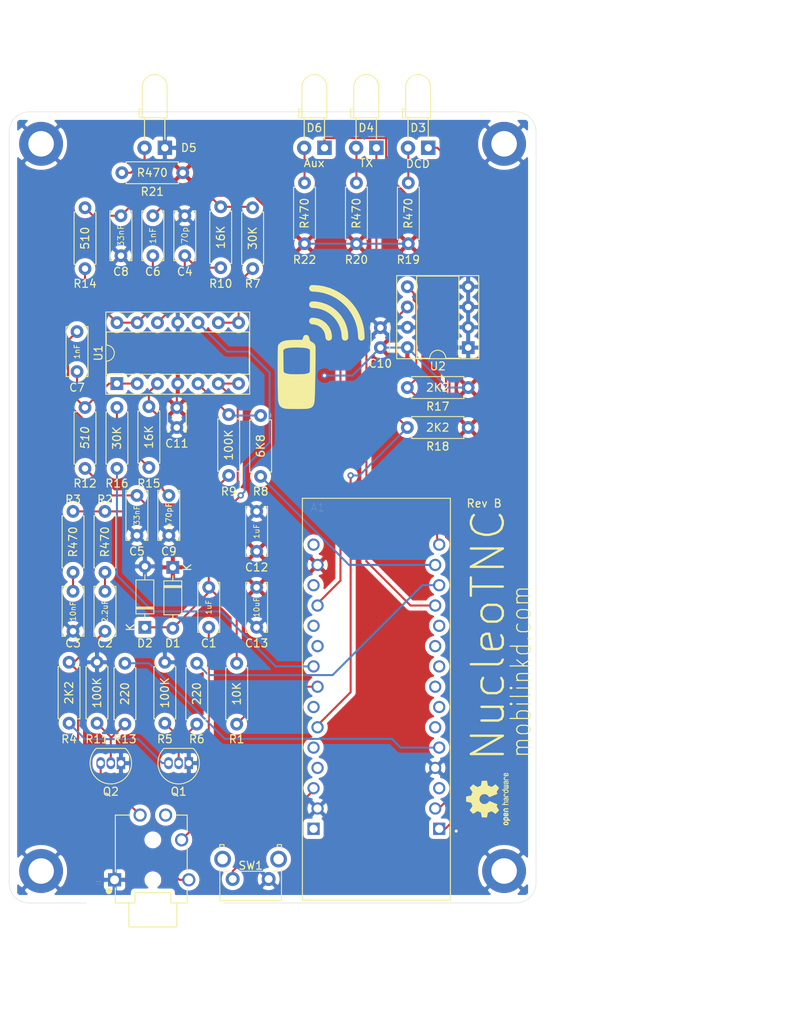
<source format=kicad_pcb>
(kicad_pcb (version 20171130) (host pcbnew 5.1.5-1.fc31)
  (title_block (title "NucleoTNC PCB") (date 2020-05-05) (rev B) (company "Mobilinkd LLC") (comment 1 "67mm width"))
  (layers (0 F.Cu signal) (31 B.Cu signal) (34 B.Paste user) (35 F.Paste user) (36 B.SilkS user) (37 F.SilkS user) (38 B.Mask user) (39 F.Mask user) (44 Edge.Cuts user))
  (net 0 "")
  (net 1 /AUDIO_IN)
  (net 2 "Net-(C1-Pad1)")
  (net 3 "Net-(C2-Pad2)")
  (net 4 /AUDIO_OUT)
  (net 5 "Net-(C3-Pad2)")
  (net 6 GND)
  (net 7 "Net-(C4-Pad2)")
  (net 8 "Net-(C5-Pad2)")
  (net 9 "Net-(C6-Pad2)")
  (net 10 "Net-(C6-Pad1)")
  (net 11 "Net-(C7-Pad2)")
  (net 12 "Net-(C7-Pad1)")
  (net 13 /ADC_AUDIO)
  (net 14 "Net-(C9-Pad2)")
  (net 15 +3V3)
  (net 16 "Net-(D3-Pad2)")
  (net 17 /LED_DCD)
  (net 18 "Net-(D4-Pad2)")
  (net 19 /LED_TX)
  (net 20 "Net-(D5-Pad2)")
  (net 21 "Net-(D6-Pad2)")
  (net 22 /LED_MISC)
  (net 23 "Net-(Q1-Pad2)")
  (net 24 /PTT)
  (net 25 "Net-(Q2-Pad2)")
  (net 26 /DC_OFFSET)
  (net 27 "Net-(R2-Pad1)")
  (net 28 /PTT_MULTIPLEX)
  (net 29 "Net-(R7-Pad2)")
  (net 30 /AUDIO_ATTEN)
  (net 31 "Net-(R8-Pad1)")
  (net 32 /PTT_SIMPLEX)
  (net 33 /DAC_AUDIO)
  (net 34 /I2C_SDA)
  (net 35 /I2C_SCL)
  (net 36 "Net-(Q1-Pad3)")
  (net 37 "Net-(A1-Pad4.1)")
  (net 38 "Net-(A1-Pad4.3)")
  (net 39 "Net-(A1-Pad4.4)")
  (net 40 "Net-(A1-Pad4.5)")
  (net 41 "Net-(A1-Pad4.7)")
  (net 42 "Net-(A1-Pad4.10)")
  (net 43 "Net-(A1-Pad4.11)")
  (net 44 "Net-(A1-Pad4.13)")
  (net 45 "Net-(A1-Pad4.15)")
  (net 46 "Net-(A1-Pad3.3)")
  (net 47 "Net-(A1-Pad3.6)")
  (net 48 "Net-(A1-Pad3.7)")
  (net 49 "Net-(A1-Pad3.8)")
  (net 50 "Net-(A1-Pad3.9)")
  (net 51 "Net-(A1-Pad3.10)")
  (net 52 "Net-(A1-Pad3.11)")
  (module KiCAD:LOGO (layer F.Cu) (at 157.35 79.65)
    (fp_text reference G1 hide)
    (fp_text value LOGO hide)
  )
  (module KiCAD:MODULE_NUCLEO-L432KC (layer F.Cu) (at 166 123.5 180)
    (fp_text reference A1 (at 7.35 24 180) (layer F.SilkS) (effects (font (thickness 0.015))))
    (fp_text value NUCLEO-L432KC)
    (pad 4.1 thru_hole rect (at 7.87 -16.215 180) (size 1.53 1.53) (drill 1.02) (layers *.Cu *.Mask) (net 37 "Net-(A1-Pad4.1)"))
    (pad 4.2 thru_hole circle (at 7.37 -13.675 180) (size 1.53 1.53) (drill 1.02) (layers *.Cu *.Mask) (net 6 GND))
    (pad 4.3 thru_hole circle (at 7.87 -11.135 180) (size 1.53 1.53) (drill 1.02) (layers *.Cu *.Mask) (net 38 "Net-(A1-Pad4.3)"))
    (pad 4.4 thru_hole circle (at 7.37 -8.595 180) (size 1.53 1.53) (drill 1.02) (layers *.Cu *.Mask) (net 39 "Net-(A1-Pad4.4)"))
    (pad 4.5 thru_hole circle (at 7.87 -6.055 180) (size 1.53 1.53) (drill 1.02) (layers *.Cu *.Mask) (net 40 "Net-(A1-Pad4.5)"))
    (pad 4.6 thru_hole circle (at 7.37 -3.515 180) (size 1.53 1.53) (drill 1.02) (layers *.Cu *.Mask) (net 35 /I2C_SCL))
    (pad 4.7 thru_hole circle (at 7.87 -0.975 180) (size 1.53 1.53) (drill 1.02) (layers *.Cu *.Mask) (net 41 "Net-(A1-Pad4.7)"))
    (pad 4.8 thru_hole circle (at 7.37 1.565 180) (size 1.53 1.53) (drill 1.02) (layers *.Cu *.Mask) (net 26 /DC_OFFSET))
    (pad 4.9 thru_hole circle (at 7.87 4.105 180) (size 1.53 1.53) (drill 1.02) (layers *.Cu *.Mask) (net 33 /DAC_AUDIO))
    (pad 4.10 thru_hole circle (at 7.37 6.645 180) (size 1.53 1.53) (drill 1.02) (layers *.Cu *.Mask) (net 42 "Net-(A1-Pad4.10)"))
    (pad 4.11 thru_hole circle (at 7.87 9.185 180) (size 1.53 1.53) (drill 1.02) (layers *.Cu *.Mask) (net 43 "Net-(A1-Pad4.11)"))
    (pad 4.12 thru_hole circle (at 7.37 11.725 180) (size 1.53 1.53) (drill 1.02) (layers *.Cu *.Mask) (net 13 /ADC_AUDIO))
    (pad 4.13 thru_hole circle (at 7.87 14.265 180) (size 1.53 1.53) (drill 1.02) (layers *.Cu *.Mask) (net 44 "Net-(A1-Pad4.13)"))
    (pad 4.14 thru_hole circle (at 7.37 16.805 180) (size 1.53 1.53) (drill 1.02) (layers *.Cu *.Mask) (net 15 +3V3))
    (pad 4.15 thru_hole circle (at 7.87 19.345 180) (size 1.53 1.53) (drill 1.02) (layers *.Cu *.Mask) (net 45 "Net-(A1-Pad4.15)"))
    (pad 3.1 thru_hole rect (at -7.87 -16.215 180) (size 1.53 1.53) (drill 1.02) (layers *.Cu *.Mask) (net 17 /LED_DCD))
    (pad 3.2 thru_hole circle (at -7.37 -13.675 180) (size 1.53 1.53) (drill 1.02) (layers *.Cu *.Mask) (net 22 /LED_MISC))
    (pad 3.3 thru_hole circle (at -7.87 -11.135 180) (size 1.53 1.53) (drill 1.02) (layers *.Cu *.Mask) (net 46 "Net-(A1-Pad3.3)"))
    (pad 3.4 thru_hole circle (at -7.37 -8.595 180) (size 1.53 1.53) (drill 1.02) (layers *.Cu *.Mask) (net 6 GND))
    (pad 3.5 thru_hole circle (at -7.87 -6.055 180) (size 1.53 1.53) (drill 1.02) (layers *.Cu *.Mask) (net 32 /PTT_SIMPLEX))
    (pad 3.6 thru_hole circle (at -7.37 -3.515 180) (size 1.53 1.53) (drill 1.02) (layers *.Cu *.Mask) (net 47 "Net-(A1-Pad3.6)"))
    (pad 3.7 thru_hole circle (at -7.87 -0.975 180) (size 1.53 1.53) (drill 1.02) (layers *.Cu *.Mask) (net 48 "Net-(A1-Pad3.7)"))
    (pad 3.8 thru_hole circle (at -7.37 1.565 180) (size 1.53 1.53) (drill 1.02) (layers *.Cu *.Mask) (net 49 "Net-(A1-Pad3.8)"))
    (pad 3.9 thru_hole circle (at -7.87 4.105 180) (size 1.53 1.53) (drill 1.02) (layers *.Cu *.Mask) (net 50 "Net-(A1-Pad3.9)"))
    (pad 3.10 thru_hole circle (at -7.37 6.645 180) (size 1.53 1.53) (drill 1.02) (layers *.Cu *.Mask) (net 51 "Net-(A1-Pad3.10)"))
    (pad 3.11 thru_hole circle (at -7.87 9.185 180) (size 1.53 1.53) (drill 1.02) (layers *.Cu *.Mask) (net 52 "Net-(A1-Pad3.11)"))
    (pad 3.12 thru_hole circle (at -7.37 11.725 180) (size 1.53 1.53) (drill 1.02) (layers *.Cu *.Mask) (net 19 /LED_TX))
    (pad 3.13 thru_hole circle (at -7.87 14.265 180) (size 1.53 1.53) (drill 1.02) (layers *.Cu *.Mask) (net 28 /PTT_MULTIPLEX))
    (pad 3.14 thru_hole circle (at -7.37 16.805 180) (size 1.53 1.53) (drill 1.02) (layers *.Cu *.Mask) (net 30 /AUDIO_ATTEN))
    (pad 3.15 thru_hole circle (at -7.87 19.345 180) (size 1.53 1.53) (drill 1.02) (layers *.Cu *.Mask) (net 34 /I2C_SDA))
  )
  (module LED_THT:LED_D3.0mm_Horizontal_O3.81mm_Z2.0mm (layer F.Cu) (at 159.5 54.5 180)
    (fp_text reference D6 (at 1.27 2.5 180) (layer F.SilkS))
    (fp_text value Aux (at 1.3 -1.9 180) (layer F.SilkS))
    (pad 2 thru_hole circle (at 2.54 0 180) (size 1.8 1.8) (drill 0.9) (layers *.Cu *.Mask) (net 21 "Net-(D6-Pad2)"))
    (pad 1 thru_hole rect (at 0 0 180) (size 1.8 1.8) (drill 0.9) (layers *.Cu *.Mask) (net 22 /LED_MISC))
  )
  (module LED_THT:LED_D3.0mm_Horizontal_O3.81mm_Z2.0mm (layer F.Cu) (at 166 54.5 180)
    (fp_text reference D4 (at 1.27 2.5 180) (layer F.SilkS))
    (fp_text value TX (at 1.27 -1.9 180) (layer F.SilkS))
    (pad 2 thru_hole circle (at 2.54 0 180) (size 1.8 1.8) (drill 0.9) (layers *.Cu *.Mask) (net 18 "Net-(D4-Pad2)"))
    (pad 1 thru_hole rect (at 0 0 180) (size 1.8 1.8) (drill 0.9) (layers *.Cu *.Mask) (net 19 /LED_TX))
  )
  (module LED_THT:LED_D3.0mm_Horizontal_O3.81mm_Z2.0mm (layer F.Cu) (at 172.5 54.5 180)
    (fp_text reference D3 (at 1.27 2.5 180) (layer F.SilkS))
    (fp_text value DCD (at 1.3 -2 180) (layer F.SilkS))
    (pad 2 thru_hole circle (at 2.54 0 180) (size 1.8 1.8) (drill 0.9) (layers *.Cu *.Mask) (net 16 "Net-(D3-Pad2)"))
    (pad 1 thru_hole rect (at 0 0 180) (size 1.8 1.8) (drill 0.9) (layers *.Cu *.Mask) (net 17 /LED_DCD))
  )
  (module Resistor_THT:R_Axial_DIN0207_L6.3mm_D2.5mm_P7.62mm_Horizontal (layer F.Cu) (at 141.74 57.62 180)
    (fp_text reference R21 (at 3.81 -2.37) (layer F.SilkS))
    (fp_text value R470 hide)
    (fp_text user %V (at 3.81 0) (layer F.SilkS))
    (pad 2 thru_hole oval (at 7.62 0 180) (size 1.6 1.6) (drill 0.8) (layers *.Cu *.Mask) (net 20 "Net-(D5-Pad2)"))
    (pad 1 thru_hole circle (at 0 0 180) (size 1.6 1.6) (drill 0.8) (layers *.Cu *.Mask) (net 15 +3V3))
  )
  (module Capacitor_THT:C_Disc_D6.0mm_W2.5mm_P5.00mm (layer F.Cu) (at 151 105 90)
    (fp_text reference C12 (at -2 0 180) (layer F.SilkS))
    (fp_text value 1uF hide)
    (fp_text user %V (at 2.5 0 90) (layer F.SilkS) (effects (font (size 0.68 0.68) (thickness 0.102))))
    (pad 1 thru_hole circle (at 0 0 90) (size 1.6 1.6) (drill 0.8) (layers *.Cu *.Mask) (net 15 +3V3))
    (pad 2 thru_hole circle (at 5 0 90) (size 1.6 1.6) (drill 0.8) (layers *.Cu *.Mask) (net 6 GND))
  )
  (module Capacitor_THT:C_Disc_D6.0mm_W2.5mm_P5.00mm (layer F.Cu) (at 151 109.5 270)
    (fp_text reference C13 (at 7 0 180) (layer F.SilkS))
    (fp_text value 10uF hide)
    (fp_text user %V (at 2.5 0 90) (layer F.SilkS) (effects (font (size 0.68 0.68) (thickness 0.102))))
    (pad 2 thru_hole circle (at 5 0 270) (size 1.6 1.6) (drill 0.8) (layers *.Cu *.Mask) (net 6 GND))
    (pad 1 thru_hole circle (at 0 0 270) (size 1.6 1.6) (drill 0.8) (layers *.Cu *.Mask) (net 15 +3V3))
  )
  (module Button_Switch_THT:SW_Tactile_SPST_Angled_PTS645Vx58-2LFS (layer F.Cu) (at 152.5 146 180)
    (fp_text reference SW1 (at 2.25 1.68) (layer F.SilkS))
    (fp_text value "PTS645VL58-2 LFS")
    (pad "" thru_hole circle (at -1.25 2.49 180) (size 2.1 2.1) (drill 1.3) (layers *.Cu *.Mask))
    (pad 1 thru_hole circle (at 0 0 180) (size 1.75 1.75) (drill 0.99) (layers *.Cu *.Mask) (net 6 GND))
    (pad 2 thru_hole circle (at 4.5 0 180) (size 1.75 1.75) (drill 0.99) (layers *.Cu *.Mask) (net 38 "Net-(A1-Pad4.3)"))
    (pad "" thru_hole circle (at 5.76 2.49 180) (size 2.1 2.1) (drill 1.3) (layers *.Cu *.Mask))
  )
  (module Symbol:OSHW-Logo2_7.3x6mm_SilkScreen (layer F.Cu) (at 180 136 90)
    (fp_text reference REF** hide)
    (fp_text value OSHW-Logo2_7.3x6mm_SilkScreen hide)
  )
  (module KiCAD:CUI_SJ-43515TS (layer F.Cu) (at 138 143.5 90)
    (fp_text reference J1 (at -2.979863 -6.813626 90) (layer F.SilkS) (effects (font (size 0.480623 0.480623) (thickness 0.015))))
    (fp_text value SJ-43515TS)
    (fp_line (start -5.5 2.25) (end -5.5 8.85) (layer Edge.Cuts) (width 0.0001))
    (fp_line (start -4.2 2.25) (end -5.5 2.25) (layer Edge.Cuts) (width 0.0001))
    (fp_line (start -4.2 -2.25) (end -4.2 2.25) (layer Edge.Cuts) (width 0.0001))
    (fp_line (start -5.5 -2.25) (end -4.2 -2.25) (layer Edge.Cuts) (width 0.0001))
    (fp_line (start -5.5 -8.35) (end -5.5 -2.25) (layer Edge.Cuts) (width 0.0001))
    (pad TS thru_hole circle (at 5.5 1.6 90) (size 1.65 1.65) (drill 1.1) (layers *.Cu *.Mask))
    (pad None np_thru_hole circle (at 2.4 0 90) (size 1.1 1.1) (drill 1.1) (layers *.Cu *.Mask))
    (pad None np_thru_hole circle (at -2.6 0 90) (size 1.1 1.1) (drill 1.1) (layers *.Cu *.Mask))
    (pad R2 thru_hole circle (at -2.6 4.5 90) (size 1.65 1.65) (drill 1.1) (layers *.Cu *.Mask) (net 4 /AUDIO_OUT))
    (pad R1 thru_hole circle (at 5.5 -1.6 90) (size 1.65 1.65) (drill 1.1) (layers *.Cu *.Mask) (net 24 /PTT))
    (pad T thru_hole circle (at 2.4 3.6 90) (size 1.65 1.65) (drill 1.1) (layers *.Cu *.Mask) (net 1 /AUDIO_IN))
    (pad S thru_hole rect (at -2.6 -4.8 90) (size 1.65 1.65) (drill 1.1) (layers *.Cu *.Mask) (net 6 GND))
  )
  (module Package_DIP:DIP-8_W7.62mm_Socket (layer F.Cu) (at 177.5 79.5 180)
    (fp_text reference U2 (at 3.81 -2.33) (layer F.SilkS))
    (fp_text value 24LC32)
    (pad 8 thru_hole oval (at 7.62 0 180) (size 1.6 1.6) (drill 0.8) (layers *.Cu *.Mask) (net 15 +3V3))
    (pad 4 thru_hole oval (at 0 7.62 180) (size 1.6 1.6) (drill 0.8) (layers *.Cu *.Mask) (net 6 GND))
    (pad 7 thru_hole oval (at 7.62 2.54 180) (size 1.6 1.6) (drill 0.8) (layers *.Cu *.Mask) (net 6 GND))
    (pad 3 thru_hole oval (at 0 5.08 180) (size 1.6 1.6) (drill 0.8) (layers *.Cu *.Mask) (net 6 GND))
    (pad 6 thru_hole oval (at 7.62 5.08 180) (size 1.6 1.6) (drill 0.8) (layers *.Cu *.Mask) (net 35 /I2C_SCL))
    (pad 2 thru_hole oval (at 0 2.54 180) (size 1.6 1.6) (drill 0.8) (layers *.Cu *.Mask) (net 6 GND))
    (pad 5 thru_hole oval (at 7.62 7.62 180) (size 1.6 1.6) (drill 0.8) (layers *.Cu *.Mask) (net 34 /I2C_SDA))
    (pad 1 thru_hole rect (at 0 0 180) (size 1.6 1.6) (drill 0.8) (layers *.Cu *.Mask) (net 6 GND))
  )
  (module Package_DIP:DIP-14_W7.62mm_Socket (layer F.Cu) (at 133.5 84 90)
    (fp_text reference U1 (at 3.81 -2.33 90) (layer F.SilkS))
    (fp_text value MCP6004)
    (pad 14 thru_hole oval (at 7.62 0 90) (size 1.6 1.6) (drill 0.8) (layers *.Cu *.Mask) (net 10 "Net-(C6-Pad1)"))
    (pad 7 thru_hole oval (at 0 15.24 90) (size 1.6 1.6) (drill 0.8) (layers *.Cu *.Mask) (net 27 "Net-(R2-Pad1)"))
    (pad 13 thru_hole oval (at 7.62 2.54 90) (size 1.6 1.6) (drill 0.8) (layers *.Cu *.Mask) (net 10 "Net-(C6-Pad1)"))
    (pad 6 thru_hole oval (at 0 12.7 90) (size 1.6 1.6) (drill 0.8) (layers *.Cu *.Mask) (net 27 "Net-(R2-Pad1)"))
    (pad 12 thru_hole oval (at 7.62 5.08 90) (size 1.6 1.6) (drill 0.8) (layers *.Cu *.Mask) (net 7 "Net-(C4-Pad2)"))
    (pad 5 thru_hole oval (at 0 10.16 90) (size 1.6 1.6) (drill 0.8) (layers *.Cu *.Mask) (net 31 "Net-(R8-Pad1)"))
    (pad 11 thru_hole oval (at 7.62 7.62 90) (size 1.6 1.6) (drill 0.8) (layers *.Cu *.Mask) (net 6 GND))
    (pad 4 thru_hole oval (at 0 7.62 90) (size 1.6 1.6) (drill 0.8) (layers *.Cu *.Mask) (net 15 +3V3))
    (pad 10 thru_hole oval (at 7.62 10.16 90) (size 1.6 1.6) (drill 0.8) (layers *.Cu *.Mask) (net 2 "Net-(C1-Pad1)"))
    (pad 3 thru_hole oval (at 0 5.08 90) (size 1.6 1.6) (drill 0.8) (layers *.Cu *.Mask) (net 14 "Net-(C9-Pad2)"))
    (pad 9 thru_hole oval (at 7.62 12.7 90) (size 1.6 1.6) (drill 0.8) (layers *.Cu *.Mask) (net 29 "Net-(R7-Pad2)"))
    (pad 2 thru_hole oval (at 0 2.54 90) (size 1.6 1.6) (drill 0.8) (layers *.Cu *.Mask) (net 11 "Net-(C7-Pad2)"))
    (pad 8 thru_hole oval (at 7.62 15.24 90) (size 1.6 1.6) (drill 0.8) (layers *.Cu *.Mask) (net 29 "Net-(R7-Pad2)"))
    (pad 1 thru_hole rect (at 0 0 90) (size 1.6 1.6) (drill 0.8) (layers *.Cu *.Mask) (net 11 "Net-(C7-Pad2)"))
  )
  (module Resistor_THT:R_Axial_DIN0207_L6.3mm_D2.5mm_P7.62mm_Horizontal (layer F.Cu) (at 157 66.5 90)
    (fp_text reference R22 (at -2 0 180) (layer F.SilkS))
    (fp_text value R470 hide)
    (fp_text user %V (at 3.81 0 90) (layer F.SilkS))
    (pad 2 thru_hole oval (at 7.62 0 90) (size 1.6 1.6) (drill 0.8) (layers *.Cu *.Mask) (net 21 "Net-(D6-Pad2)"))
    (pad 1 thru_hole circle (at 0 0 90) (size 1.6 1.6) (drill 0.8) (layers *.Cu *.Mask) (net 15 +3V3))
  )
  (module Resistor_THT:R_Axial_DIN0207_L6.3mm_D2.5mm_P7.62mm_Horizontal (layer F.Cu) (at 163.5 66.5 90)
    (fp_text reference R20 (at -2 0 180) (layer F.SilkS))
    (fp_text value R470 hide)
    (fp_text user %V (at 3.81 0 90) (layer F.SilkS))
    (pad 2 thru_hole oval (at 7.62 0 90) (size 1.6 1.6) (drill 0.8) (layers *.Cu *.Mask) (net 18 "Net-(D4-Pad2)"))
    (pad 1 thru_hole circle (at 0 0 90) (size 1.6 1.6) (drill 0.8) (layers *.Cu *.Mask) (net 15 +3V3))
  )
  (module Resistor_THT:R_Axial_DIN0207_L6.3mm_D2.5mm_P7.62mm_Horizontal (layer F.Cu) (at 170 66.5 90)
    (fp_text reference R19 (at -2 0 180) (layer F.SilkS))
    (fp_text value R470 hide)
    (fp_text user %V (at 3.81 0 90) (layer F.SilkS))
    (pad 2 thru_hole oval (at 7.62 0 90) (size 1.6 1.6) (drill 0.8) (layers *.Cu *.Mask) (net 16 "Net-(D3-Pad2)"))
    (pad 1 thru_hole circle (at 0 0 90) (size 1.6 1.6) (drill 0.8) (layers *.Cu *.Mask) (net 15 +3V3))
  )
  (module Resistor_THT:R_Axial_DIN0207_L6.3mm_D2.5mm_P7.62mm_Horizontal (layer F.Cu) (at 177.5 89.5 180)
    (fp_text reference R18 (at 3.81 -2.37) (layer F.SilkS))
    (fp_text value 2K2 hide)
    (fp_text user %V (at 3.81 0) (layer F.SilkS))
    (pad 2 thru_hole oval (at 7.62 0 180) (size 1.6 1.6) (drill 0.8) (layers *.Cu *.Mask) (net 35 /I2C_SCL))
    (pad 1 thru_hole circle (at 0 0 180) (size 1.6 1.6) (drill 0.8) (layers *.Cu *.Mask) (net 15 +3V3))
  )
  (module Resistor_THT:R_Axial_DIN0207_L6.3mm_D2.5mm_P7.62mm_Horizontal (layer F.Cu) (at 177.5 84.5 180)
    (fp_text reference R17 (at 3.81 -2.37) (layer F.SilkS))
    (fp_text value 2K2 hide)
    (fp_text user %V (at 3.81 0) (layer F.SilkS))
    (pad 2 thru_hole oval (at 7.62 0 180) (size 1.6 1.6) (drill 0.8) (layers *.Cu *.Mask) (net 34 /I2C_SDA))
    (pad 1 thru_hole circle (at 0 0 180) (size 1.6 1.6) (drill 0.8) (layers *.Cu *.Mask) (net 15 +3V3))
  )
  (module Resistor_THT:R_Axial_DIN0207_L6.3mm_D2.5mm_P7.62mm_Horizontal (layer F.Cu) (at 133.5 87 270)
    (fp_text reference R16 (at 9.5 0 180) (layer F.SilkS))
    (fp_text value 30K hide)
    (fp_text user %V (at 3.81 0 90) (layer F.SilkS))
    (pad 2 thru_hole oval (at 7.62 0 270) (size 1.6 1.6) (drill 0.8) (layers *.Cu *.Mask) (net 33 /DAC_AUDIO))
    (pad 1 thru_hole circle (at 0 0 270) (size 1.6 1.6) (drill 0.8) (layers *.Cu *.Mask) (net 12 "Net-(C7-Pad1)"))
  )
  (module Resistor_THT:R_Axial_DIN0207_L6.3mm_D2.5mm_P7.62mm_Horizontal (layer F.Cu) (at 137.5 94.5 90)
    (fp_text reference R15 (at -2 0 180) (layer F.SilkS))
    (fp_text value 16K hide)
    (fp_text user %V (at 3.81 0 90) (layer F.SilkS))
    (pad 2 thru_hole oval (at 7.62 0 90) (size 1.6 1.6) (drill 0.8) (layers *.Cu *.Mask) (net 14 "Net-(C9-Pad2)"))
    (pad 1 thru_hole circle (at 0 0 90) (size 1.6 1.6) (drill 0.8) (layers *.Cu *.Mask) (net 12 "Net-(C7-Pad1)"))
  )
  (module Resistor_THT:R_Axial_DIN0207_L6.3mm_D2.5mm_P7.62mm_Horizontal (layer F.Cu) (at 129.5 62 270)
    (fp_text reference R14 (at 9.5 0 180) (layer F.SilkS))
    (fp_text value 510 hide)
    (fp_text user %V (at 3.81 0 90) (layer F.SilkS))
    (pad 2 thru_hole oval (at 7.62 0 270) (size 1.6 1.6) (drill 0.8) (layers *.Cu *.Mask) (net 10 "Net-(C6-Pad1)"))
    (pad 1 thru_hole circle (at 0 0 270) (size 1.6 1.6) (drill 0.8) (layers *.Cu *.Mask) (net 13 /ADC_AUDIO))
  )
  (module Resistor_THT:R_Axial_DIN0207_L6.3mm_D2.5mm_P7.62mm_Horizontal (layer F.Cu) (at 134.5 119 270)
    (fp_text reference R13 (at 9.5 0 180) (layer F.SilkS))
    (fp_text value 220 hide)
    (fp_text user %V (at 3.81 0 90) (layer F.SilkS))
    (pad 2 thru_hole oval (at 7.62 0 270) (size 1.6 1.6) (drill 0.8) (layers *.Cu *.Mask) (net 25 "Net-(Q2-Pad2)"))
    (pad 1 thru_hole circle (at 0 0 270) (size 1.6 1.6) (drill 0.8) (layers *.Cu *.Mask) (net 32 /PTT_SIMPLEX))
  )
  (module Resistor_THT:R_Axial_DIN0207_L6.3mm_D2.5mm_P7.62mm_Horizontal (layer F.Cu) (at 129.5 87 270)
    (fp_text reference R12 (at 9.5 0 180) (layer F.SilkS))
    (fp_text value 510 hide)
    (fp_text user %V (at 3.81 0 90) (layer F.SilkS) (effects (font (thickness 0.15) italic)))
    (pad 2 thru_hole oval (at 7.62 0 270) (size 1.6 1.6) (drill 0.8) (layers *.Cu *.Mask) (net 8 "Net-(C5-Pad2)"))
    (pad 1 thru_hole circle (at 0 0 270) (size 1.6 1.6) (drill 0.8) (layers *.Cu *.Mask) (net 11 "Net-(C7-Pad2)"))
  )
  (module Resistor_THT:R_Axial_DIN0207_L6.3mm_D2.5mm_P7.62mm_Horizontal (layer F.Cu) (at 131 126.5 90)
    (fp_text reference R11 (at -2 0 180) (layer F.SilkS))
    (fp_text value 100K hide)
    (fp_text user %V (at 3.81 0 90) (layer F.SilkS))
    (pad 2 thru_hole oval (at 7.62 0 90) (size 1.6 1.6) (drill 0.8) (layers *.Cu *.Mask) (net 6 GND))
    (pad 1 thru_hole circle (at 0 0 90) (size 1.6 1.6) (drill 0.8) (layers *.Cu *.Mask) (net 25 "Net-(Q2-Pad2)"))
  )
  (module Resistor_THT:R_Axial_DIN0207_L6.3mm_D2.5mm_P7.62mm_Horizontal (layer F.Cu) (at 146.5 69.5 90)
    (fp_text reference R10 (at -2 0 180) (layer F.SilkS))
    (fp_text value 16K hide)
    (fp_text user %V (at 3.81 0 90) (layer F.SilkS))
    (pad 2 thru_hole oval (at 7.62 0 90) (size 1.6 1.6) (drill 0.8) (layers *.Cu *.Mask) (net 9 "Net-(C6-Pad2)"))
    (pad 1 thru_hole circle (at 0 0 90) (size 1.6 1.6) (drill 0.8) (layers *.Cu *.Mask) (net 7 "Net-(C4-Pad2)"))
  )
  (module Resistor_THT:R_Axial_DIN0207_L6.3mm_D2.5mm_P7.62mm_Horizontal (layer F.Cu) (at 147.5 95.5 90)
    (fp_text reference R9 (at -2 0 180) (layer F.SilkS))
    (fp_text value 100K hide)
    (fp_text user %V (at 3.81 0 90) (layer F.SilkS))
    (pad 2 thru_hole oval (at 7.62 0 90) (size 1.6 1.6) (drill 0.8) (layers *.Cu *.Mask) (net 31 "Net-(R8-Pad1)"))
    (pad 1 thru_hole circle (at 0 0 90) (size 1.6 1.6) (drill 0.8) (layers *.Cu *.Mask) (net 8 "Net-(C5-Pad2)"))
  )
  (module Resistor_THT:R_Axial_DIN0207_L6.3mm_D2.5mm_P7.62mm_Horizontal (layer F.Cu) (at 151.5 88 270)
    (fp_text reference R8 (at 9.5 0 180) (layer F.SilkS))
    (fp_text value 6K8 hide)
    (fp_text user %V (at 3.81 0 90) (layer F.SilkS))
    (pad 2 thru_hole oval (at 7.62 0 270) (size 1.6 1.6) (drill 0.8) (layers *.Cu *.Mask) (net 30 /AUDIO_ATTEN))
    (pad 1 thru_hole circle (at 0 0 270) (size 1.6 1.6) (drill 0.8) (layers *.Cu *.Mask) (net 31 "Net-(R8-Pad1)"))
  )
  (module Resistor_THT:R_Axial_DIN0207_L6.3mm_D2.5mm_P7.62mm_Horizontal (layer F.Cu) (at 150.5 62 270)
    (fp_text reference R7 (at 9.5 0 180) (layer F.SilkS))
    (fp_text value 30K hide)
    (fp_text user %V (at 3.81 0 90) (layer F.SilkS))
    (pad 2 thru_hole oval (at 7.62 0 270) (size 1.6 1.6) (drill 0.8) (layers *.Cu *.Mask) (net 29 "Net-(R7-Pad2)"))
    (pad 1 thru_hole circle (at 0 0 270) (size 1.6 1.6) (drill 0.8) (layers *.Cu *.Mask) (net 9 "Net-(C6-Pad2)"))
  )
  (module Resistor_THT:R_Axial_DIN0207_L6.3mm_D2.5mm_P7.62mm_Horizontal (layer F.Cu) (at 143.5 119 270)
    (fp_text reference R6 (at 9.5 0 180) (layer F.SilkS))
    (fp_text value 220 hide)
    (fp_text user %V (at 3.81 0 90) (layer F.SilkS))
    (pad 2 thru_hole oval (at 7.62 0 270) (size 1.6 1.6) (drill 0.8) (layers *.Cu *.Mask) (net 23 "Net-(Q1-Pad2)"))
    (pad 1 thru_hole circle (at 0 0 270) (size 1.6 1.6) (drill 0.8) (layers *.Cu *.Mask) (net 28 /PTT_MULTIPLEX))
  )
  (module Resistor_THT:R_Axial_DIN0207_L6.3mm_D2.5mm_P7.62mm_Horizontal (layer F.Cu) (at 139.5 126.5 90)
    (fp_text reference R5 (at -2 0 180) (layer F.SilkS))
    (fp_text value 100K hide)
    (fp_text user %V (at 3.81 0 90) (layer F.SilkS))
    (pad 2 thru_hole oval (at 7.62 0 90) (size 1.6 1.6) (drill 0.8) (layers *.Cu *.Mask) (net 6 GND))
    (pad 1 thru_hole circle (at 0 0 90) (size 1.6 1.6) (drill 0.8) (layers *.Cu *.Mask) (net 23 "Net-(Q1-Pad2)"))
  )
  (module Resistor_THT:R_Axial_DIN0207_L6.3mm_D2.5mm_P7.62mm_Horizontal (layer F.Cu) (at 127.5 126.5 90)
    (fp_text reference R4 (at -2 0 180) (layer F.SilkS))
    (fp_text value 2K2 hide)
    (fp_text user %V (at 3.81 0 90) (layer F.SilkS))
    (pad 2 thru_hole oval (at 7.62 0 90) (size 1.6 1.6) (drill 0.8) (layers *.Cu *.Mask) (net 4 /AUDIO_OUT))
    (pad 1 thru_hole circle (at 0 0 90) (size 1.6 1.6) (drill 0.8) (layers *.Cu *.Mask) (net 36 "Net-(Q1-Pad3)"))
  )
  (module Resistor_THT:R_Axial_DIN0207_L6.3mm_D2.5mm_P7.62mm_Horizontal (layer F.Cu) (at 128 100 270)
    (fp_text reference R3 (at -1.5 0 180) (layer F.SilkS))
    (fp_text value R470 hide)
    (fp_text user %V (at 3.81 0 90) (layer F.SilkS))
    (pad 2 thru_hole oval (at 7.62 0 270) (size 1.6 1.6) (drill 0.8) (layers *.Cu *.Mask) (net 5 "Net-(C3-Pad2)"))
    (pad 1 thru_hole circle (at 0 0 270) (size 1.6 1.6) (drill 0.8) (layers *.Cu *.Mask) (net 27 "Net-(R2-Pad1)"))
  )
  (module Resistor_THT:R_Axial_DIN0207_L6.3mm_D2.5mm_P7.62mm_Horizontal (layer F.Cu) (at 132 100 270)
    (fp_text reference R2 (at -1.5 0 180) (layer F.SilkS))
    (fp_text value R470 hide)
    (fp_text user %V (at 3.81 0 90) (layer F.SilkS))
    (pad 2 thru_hole oval (at 7.62 0 270) (size 1.6 1.6) (drill 0.8) (layers *.Cu *.Mask) (net 3 "Net-(C2-Pad2)"))
    (pad 1 thru_hole circle (at 0 0 270) (size 1.6 1.6) (drill 0.8) (layers *.Cu *.Mask) (net 27 "Net-(R2-Pad1)"))
  )
  (module Resistor_THT:R_Axial_DIN0207_L6.3mm_D2.5mm_P7.62mm_Horizontal (layer F.Cu) (at 148.5 119 270)
    (fp_text reference R1 (at 9.5 0 180) (layer F.SilkS))
    (fp_text value 10K hide)
    (fp_text user %V (at 3.81 0 90) (layer F.SilkS))
    (pad 2 thru_hole oval (at 7.62 0 270) (size 1.6 1.6) (drill 0.8) (layers *.Cu *.Mask) (net 26 /DC_OFFSET))
    (pad 1 thru_hole circle (at 0 0 270) (size 1.6 1.6) (drill 0.8) (layers *.Cu *.Mask) (net 2 "Net-(C1-Pad1)"))
  )
  (module Package_TO_SOT_THT:TO-92_Inline (layer F.Cu) (at 134 131.5 180)
    (fp_text reference Q2 (at 1.27 -3.56) (layer F.SilkS))
    (fp_text value 2N7000)
    (pad 1 thru_hole rect (at 0 0 180) (size 1.05 1.5) (drill 0.75) (layers *.Cu *.Mask) (net 6 GND))
    (pad 3 thru_hole oval (at 2.54 0 180) (size 1.05 1.5) (drill 0.75) (layers *.Cu *.Mask) (net 24 /PTT))
    (pad 2 thru_hole oval (at 1.27 0 180) (size 1.05 1.5) (drill 0.75) (layers *.Cu *.Mask) (net 25 "Net-(Q2-Pad2)"))
  )
  (module Package_TO_SOT_THT:TO-92_Inline (layer F.Cu) (at 142.5 131.5 180)
    (fp_text reference Q1 (at 1.27 -3.56) (layer F.SilkS))
    (fp_text value 2N7000)
    (pad 1 thru_hole rect (at 0 0 180) (size 1.05 1.5) (drill 0.75) (layers *.Cu *.Mask) (net 6 GND))
    (pad 3 thru_hole oval (at 2.54 0 180) (size 1.05 1.5) (drill 0.75) (layers *.Cu *.Mask) (net 36 "Net-(Q1-Pad3)"))
    (pad 2 thru_hole oval (at 1.27 0 180) (size 1.05 1.5) (drill 0.75) (layers *.Cu *.Mask) (net 23 "Net-(Q1-Pad2)"))
  )
  (module LED_THT:LED_D3.0mm_Horizontal_O3.81mm_Z2.0mm (layer F.Cu) (at 139.5 54.5 180)
    (fp_text reference D5 (at -3 0) (layer F.SilkS))
    (fp_text value "BLU LED")
    (pad 2 thru_hole circle (at 2.54 0 180) (size 1.8 1.8) (drill 0.9) (layers *.Cu *.Mask) (net 20 "Net-(D5-Pad2)"))
    (pad 1 thru_hole rect (at 0 0 180) (size 1.8 1.8) (drill 0.9) (layers *.Cu *.Mask) (net 6 GND))
  )
  (module Diode_THT:D_DO-35_SOD27_P7.62mm_Horizontal (layer F.Cu) (at 137 114.5 90)
    (fp_text reference D2 (at -2 0 180) (layer F.SilkS))
    (fp_text value BAT85)
    (fp_text user K (at 0 -1.8 90) (layer F.SilkS))
    (pad 2 thru_hole oval (at 7.62 0 90) (size 1.6 1.6) (drill 0.8) (layers *.Cu *.Mask) (net 6 GND))
    (pad 1 thru_hole rect (at 0 0 90) (size 1.6 1.6) (drill 0.8) (layers *.Cu *.Mask) (net 2 "Net-(C1-Pad1)"))
  )
  (module Diode_THT:D_DO-35_SOD27_P7.62mm_Horizontal (layer F.Cu) (at 140.5 107 270)
    (fp_text reference D1 (at 9.5 0 180) (layer F.SilkS))
    (fp_text value BAT85)
    (fp_text user K (at 0 -1.8 90) (layer F.SilkS))
    (pad 2 thru_hole oval (at 7.62 0 270) (size 1.6 1.6) (drill 0.8) (layers *.Cu *.Mask) (net 2 "Net-(C1-Pad1)"))
    (pad 1 thru_hole rect (at 0 0 270) (size 1.6 1.6) (drill 0.8) (layers *.Cu *.Mask) (net 15 +3V3))
  )
  (module Capacitor_THT:C_Disc_D3.4mm_W2.1mm_P2.50mm (layer F.Cu) (at 141 87 270)
    (fp_text reference C11 (at 4.5 0 180) (layer F.SilkS))
    (fp_text value 0.1uF)
    (pad 2 thru_hole circle (at 2.5 0 270) (size 1.6 1.6) (drill 0.8) (layers *.Cu *.Mask) (net 6 GND))
    (pad 1 thru_hole circle (at 0 0 270) (size 1.6 1.6) (drill 0.8) (layers *.Cu *.Mask) (net 15 +3V3))
  )
  (module Capacitor_THT:C_Disc_D3.4mm_W2.1mm_P2.50mm (layer F.Cu) (at 166.5 79.5 90)
    (fp_text reference C10 (at -2 0 180) (layer F.SilkS))
    (fp_text value 0.1uF)
    (pad 2 thru_hole circle (at 2.5 0 90) (size 1.6 1.6) (drill 0.8) (layers *.Cu *.Mask) (net 6 GND))
    (pad 1 thru_hole circle (at 0 0 90) (size 1.6 1.6) (drill 0.8) (layers *.Cu *.Mask) (net 15 +3V3))
  )
  (module Capacitor_THT:C_Disc_D6.0mm_W2.5mm_P5.00mm (layer F.Cu) (at 140 103 90)
    (fp_text reference C9 (at -2 0 180) (layer F.SilkS))
    (fp_text value 470pF hide)
    (fp_text user %V (at 2.5 0 90) (layer F.SilkS) (effects (font (size 0.68 0.68) (thickness 0.11))))
    (pad 2 thru_hole circle (at 5 0 90) (size 1.6 1.6) (drill 0.8) (layers *.Cu *.Mask) (net 14 "Net-(C9-Pad2)"))
    (pad 1 thru_hole circle (at 0 0 90) (size 1.6 1.6) (drill 0.8) (layers *.Cu *.Mask) (net 6 GND))
  )
  (module Capacitor_THT:C_Disc_D6.0mm_W2.5mm_P5.00mm (layer F.Cu) (at 134 68 90)
    (fp_text reference C8 (at -2 0 180) (layer F.SilkS))
    (fp_text value 33nF hide)
    (fp_text user %V (at 2.5 0 90) (layer F.SilkS) (effects (font (size 0.75 0.75) (thickness 0.1))))
    (pad 2 thru_hole circle (at 5 0 90) (size 1.6 1.6) (drill 0.8) (layers *.Cu *.Mask) (net 13 /ADC_AUDIO))
    (pad 1 thru_hole circle (at 0 0 90) (size 1.6 1.6) (drill 0.8) (layers *.Cu *.Mask) (net 6 GND))
  )
  (module Capacitor_THT:C_Disc_D6.0mm_W2.5mm_P5.00mm (layer F.Cu) (at 128.5 77.5 270)
    (fp_text reference C7 (at 7 0 180) (layer F.SilkS))
    (fp_text value 1nF hide)
    (fp_text user %V (at 2.5 0 90) (layer F.SilkS) (effects (font (size 0.68 0.68) (thickness 0.11))))
    (pad 2 thru_hole circle (at 5 0 270) (size 1.6 1.6) (drill 0.8) (layers *.Cu *.Mask) (net 11 "Net-(C7-Pad2)"))
    (pad 1 thru_hole circle (at 0 0 270) (size 1.6 1.6) (drill 0.8) (layers *.Cu *.Mask) (net 12 "Net-(C7-Pad1)"))
  )
  (module Capacitor_THT:C_Disc_D6.0mm_W2.5mm_P5.00mm (layer F.Cu) (at 138 68 90)
    (fp_text reference C6 (at -2 0 180) (layer F.SilkS))
    (fp_text value 1nF hide)
    (fp_text user %V (at 2.5 0 90) (layer F.SilkS) (effects (font (size 0.75 0.75) (thickness 0.11))))
    (pad 2 thru_hole circle (at 5 0 90) (size 1.6 1.6) (drill 0.8) (layers *.Cu *.Mask) (net 9 "Net-(C6-Pad2)"))
    (pad 1 thru_hole circle (at 0 0 90) (size 1.6 1.6) (drill 0.8) (layers *.Cu *.Mask) (net 10 "Net-(C6-Pad1)"))
  )
  (module Capacitor_THT:C_Disc_D6.0mm_W2.5mm_P5.00mm (layer F.Cu) (at 136 103 90)
    (fp_text reference C5 (at -2 0 180) (layer F.SilkS))
    (fp_text value 33nF hide)
    (fp_text user %V (at 2.5 0 90) (layer F.SilkS) (effects (font (size 0.68 0.68) (thickness 0.1))))
    (pad 2 thru_hole circle (at 5 0 90) (size 1.6 1.6) (drill 0.8) (layers *.Cu *.Mask) (net 8 "Net-(C5-Pad2)"))
    (pad 1 thru_hole circle (at 0 0 90) (size 1.6 1.6) (drill 0.8) (layers *.Cu *.Mask) (net 6 GND))
  )
  (module Capacitor_THT:C_Disc_D6.0mm_W2.5mm_P5.00mm (layer F.Cu) (at 142 63 270)
    (fp_text reference C4 (at 7 0 180) (layer F.SilkS))
    (fp_text value 470pF hide)
    (fp_text user %V (at 2.5 0 90) (layer F.SilkS) (effects (font (size 0.75 0.75) (thickness 0.1))))
    (pad 2 thru_hole circle (at 5 0 270) (size 1.6 1.6) (drill 0.8) (layers *.Cu *.Mask) (net 7 "Net-(C4-Pad2)"))
    (pad 1 thru_hole circle (at 0 0 270) (size 1.6 1.6) (drill 0.8) (layers *.Cu *.Mask) (net 6 GND))
  )
  (module Capacitor_THT:C_Disc_D6.0mm_W2.5mm_P5.00mm (layer F.Cu) (at 128 115 90)
    (fp_text reference C3 (at -1.5 0 180) (layer F.SilkS))
    (fp_text value 10nF hide)
    (fp_text user %V (at 2.5 0 90) (layer F.SilkS) (effects (font (size 0.68 0.68) (thickness 0.11))))
    (pad 2 thru_hole circle (at 5 0 90) (size 1.6 1.6) (drill 0.8) (layers *.Cu *.Mask) (net 5 "Net-(C3-Pad2)"))
    (pad 1 thru_hole circle (at 0 0 90) (size 1.6 1.6) (drill 0.8) (layers *.Cu *.Mask) (net 6 GND))
  )
  (module Capacitor_THT:C_Disc_D6.0mm_W2.5mm_P5.00mm (layer F.Cu) (at 132 115 90)
    (fp_text reference C2 (at -1.5 0 180) (layer F.SilkS))
    (fp_text value 2.2uF hide)
    (fp_text user %V (at 2.5 0 90) (layer F.SilkS) (effects (font (size 0.68 0.68) (thickness 0.11))))
    (pad 2 thru_hole circle (at 5 0 90) (size 1.6 1.6) (drill 0.8) (layers *.Cu *.Mask) (net 3 "Net-(C2-Pad2)"))
    (pad 1 thru_hole circle (at 0 0 90) (size 1.6 1.6) (drill 0.8) (layers *.Cu *.Mask) (net 4 /AUDIO_OUT))
  )
  (module Capacitor_THT:C_Disc_D6.0mm_W2.5mm_P5.00mm (layer F.Cu) (at 145 109.5 270)
    (fp_text reference C1 (at 7 0 180) (layer F.SilkS))
    (fp_text value 1uF hide)
    (fp_text user %V (at 2.5 0 90) (layer F.SilkS) (effects (font (size 0.68 0.68) (thickness 0.1))))
    (pad 2 thru_hole circle (at 5 0 270) (size 1.6 1.6) (drill 0.8) (layers *.Cu *.Mask) (net 1 /AUDIO_IN))
    (pad 1 thru_hole circle (at 0 0 270) (size 1.6 1.6) (drill 0.8) (layers *.Cu *.Mask) (net 2 "Net-(C1-Pad1)"))
  )
  (module MountingHole:MountingHole_3.2mm_M3_ISO14580_Pad (layer F.Cu) (at 182 145)
    (fp_text reference H4 hide)
    (fp_text value MountingHole)
    (pad 1 thru_hole circle (at 0 0) (size 5.5 5.5) (drill 3.2) (layers *.Cu *.Mask) (net 6 GND))
  )
  (module MountingHole:MountingHole_3.2mm_M3_ISO14580_Pad (layer F.Cu) (at 182 54)
    (fp_text reference H3 hide)
    (fp_text value MountingHole)
    (pad 1 thru_hole circle (at 0 0) (size 5.5 5.5) (drill 3.2) (layers *.Cu *.Mask) (net 6 GND))
  )
  (module MountingHole:MountingHole_3.2mm_M3_ISO14580_Pad (layer F.Cu) (at 124 145)
    (fp_text reference H2 hide)
    (fp_text value MountingHole)
    (pad 1 thru_hole circle (at 0 0) (size 5.5 5.5) (drill 3.2) (layers *.Cu *.Mask) (net 6 GND))
  )
  (module MountingHole:MountingHole_3.2mm_M3_ISO14580_Pad (layer F.Cu) (at 124 54)
    (fp_text reference H1 hide)
    (fp_text value MountingHole)
    (pad 1 thru_hole circle (at 0 0) (size 5.5 5.5) (drill 3.2) (layers *.Cu *.Mask) (net 6 GND))
  )
  (gr_line (start 126 50) (end 122.5 50) (layer Edge.Cuts) (width 0.05))
  (gr_line (start 180 50) (end 183.5 50) (layer Edge.Cuts) (width 0.05))
  (gr_line (start 180 149) (end 183.5 149) (layer Edge.Cuts) (width 0.05))
  (gr_line (start 122.5 149) (end 126 149) (layer Edge.Cuts) (width 0.05))
  (gr_text mobilinkd.com (at 184.1 120.05 90) (layer F.SilkS) (effects (font (size 2.5 2))))
  (gr_text "Rev B" (at 179.5 99) (layer F.SilkS) (effects (font (size 1 1))))
  (gr_text NucleoTNC (at 180 115.5 90) (layer F.SilkS) (effects (font (size 4 4) (thickness 0.3))))
  (gr_line (start 146.85 149) (end 156.5 149) (layer Edge.Cuts) (width 0.05))
  (gr_line (start 156.5 149) (end 180 149) (layer Edge.Cuts) (width 0.05))
  (gr_line (start 129.65 149) (end 126 149) (layer Edge.Cuts) (width 0.05))
  (gr_line (start 171 50) (end 180 50) (layer Edge.Cuts) (width 0.05))
  (gr_line (start 120 122.5) (end 120 146.5) (layer Edge.Cuts) (width 0.05))
  (gr_line (start 186 122.5) (end 186 146.5) (layer Edge.Cuts) (width 0.05))
  (gr_arc (start 122.5 146.5) (end 120 146.5) (angle -90) (layer Edge.Cuts) (width 0.05))
  (gr_line (start 186 122.5) (end 186 52.5) (layer Edge.Cuts) (width 0.05))
  (gr_line (start 126 50) (end 171 50) (layer Edge.Cuts) (width 0.05))
  (gr_line (start 120 122.5) (end 120 52.5) (layer Edge.Cuts) (width 0.05))
  (gr_arc (start 183.5 146.5) (end 183.5 149) (angle -90) (layer Edge.Cuts) (width 0.05))
  (gr_arc (start 183.5 52.5) (end 186 52.5) (angle -90) (layer Edge.Cuts) (width 0.05))
  (gr_arc (start 122.5 52.5) (end 122.5 50) (angle -90) (layer Edge.Cuts) (width 0.05))
  (segment (start 145 137.7) (end 141.6 141.1) (width 0.25) (layer F.Cu) (net 1))
  (segment (start 145 114.5) (end 145 137.7) (width 0.25) (layer F.Cu) (net 1))
  (segment (start 140.38 114.5) (end 140.5 114.62) (width 0.25) (layer F.Cu) (net 2))
  (segment (start 137 114.5) (end 140.38 114.5) (width 0.25) (layer F.Cu) (net 2))
  (segment (start 145 110.12) (end 145 109.5) (width 0.25) (layer F.Cu) (net 2))
  (segment (start 140.5 114.62) (end 145 110.12) (width 0.25) (layer F.Cu) (net 2))
  (segment (start 148.5 113) (end 145 109.5) (width 0.25) (layer F.Cu) (net 2))
  (segment (start 148.5 119) (end 148.5 113) (width 0.25) (layer F.Cu) (net 2))
  (segment (start 145 109.5) (end 145 102) (width 0.25) (layer F.Cu) (net 2))
  (via (at 149 98) (size 0.8) (drill 0.4) (layers F.Cu B.Cu) (net 2))
  (segment (start 145 102) (end 149 98) (width 0.25) (layer F.Cu) (net 2))
  (segment (start 149 98) (end 149.5 97.5) (width 0.25) (layer B.Cu) (net 2))
  (segment (start 149.5 97.5) (end 149.5 94.5) (width 0.25) (layer B.Cu) (net 2))
  (segment (start 152.625001 91.374999) (end 152.625001 82.625001) (width 0.25) (layer B.Cu) (net 2))
  (segment (start 149.5 94.5) (end 152.625001 91.374999) (width 0.25) (layer B.Cu) (net 2))
  (segment (start 152.625001 82.625001) (end 150 80) (width 0.25) (layer B.Cu) (net 2))
  (segment (start 147.28 80) (end 143.66 76.38) (width 0.25) (layer B.Cu) (net 2))
  (segment (start 150 80) (end 147.28 80) (width 0.25) (layer B.Cu) (net 2))
  (segment (start 132 110) (end 132 107.62) (width 0.25) (layer F.Cu) (net 3))
  (segment (start 142.52 146.12) (end 142.5 146.1) (width 0.25) (layer F.Cu) (net 4))
  (segment (start 128.12 118.88) (end 127.5 118.88) (width 0.25) (layer F.Cu) (net 4))
  (segment (start 132 115) (end 128.12 118.88) (width 0.25) (layer F.Cu) (net 4))
  (segment (start 141.333274 146.1) (end 142.5 146.1) (width 0.25) (layer F.Cu) (net 4))
  (segment (start 128.625001 133.391727) (end 141.333274 146.1) (width 0.25) (layer F.Cu) (net 4))
  (segment (start 128.625001 120.005001) (end 128.625001 133.391727) (width 0.25) (layer F.Cu) (net 4))
  (segment (start 127.5 118.88) (end 128.625001 120.005001) (width 0.25) (layer F.Cu) (net 4))
  (segment (start 128 110) (end 128 107.62) (width 0.25) (layer F.Cu) (net 5))
  (segment (start 142 72.96) (end 138.58 76.38) (width 0.25) (layer F.Cu) (net 7))
  (segment (start 142 68) (end 142 72.96) (width 0.25) (layer F.Cu) (net 7))
  (segment (start 143.5 69.5) (end 142 68) (width 0.25) (layer F.Cu) (net 7))
  (segment (start 146.5 69.5) (end 143.5 69.5) (width 0.25) (layer F.Cu) (net 7))
  (segment (start 132.88 98) (end 129.5 94.62) (width 0.25) (layer F.Cu) (net 8))
  (segment (start 136 98) (end 132.88 98) (width 0.25) (layer F.Cu) (net 8))
  (segment (start 146.700001 96.299999) (end 147.5 95.5) (width 0.25) (layer F.Cu) (net 8))
  (segment (start 143.874999 99.125001) (end 146.700001 96.299999) (width 0.25) (layer F.Cu) (net 8))
  (segment (start 137.125001 99.125001) (end 143.874999 99.125001) (width 0.25) (layer F.Cu) (net 8))
  (segment (start 136 98) (end 137.125001 99.125001) (width 0.25) (layer F.Cu) (net 8))
  (segment (start 145.62 61) (end 146.5 61.88) (width 0.25) (layer F.Cu) (net 9))
  (segment (start 138 63) (end 140 61) (width 0.25) (layer F.Cu) (net 9))
  (segment (start 140 61) (end 145.62 61) (width 0.25) (layer F.Cu) (net 9))
  (segment (start 150.38 61.88) (end 150.5 62) (width 0.25) (layer F.Cu) (net 9))
  (segment (start 146.5 61.88) (end 150.38 61.88) (width 0.25) (layer F.Cu) (net 9))
  (segment (start 138 74.42) (end 136.04 76.38) (width 0.25) (layer F.Cu) (net 10))
  (segment (start 138 68) (end 138 74.42) (width 0.25) (layer F.Cu) (net 10))
  (segment (start 129.5 72.38) (end 133.5 76.38) (width 0.25) (layer F.Cu) (net 10))
  (segment (start 129.5 69.62) (end 129.5 72.38) (width 0.25) (layer F.Cu) (net 10))
  (segment (start 133.5 76.38) (end 136.04 76.38) (width 0.25) (layer F.Cu) (net 10))
  (segment (start 128.5 86) (end 129.5 87) (width 0.25) (layer F.Cu) (net 11))
  (segment (start 128.5 82.5) (end 128.5 86) (width 0.25) (layer F.Cu) (net 11))
  (segment (start 132.5 84) (end 133.5 84) (width 0.25) (layer F.Cu) (net 11))
  (segment (start 129.5 87) (end 132.5 84) (width 0.25) (layer F.Cu) (net 11))
  (segment (start 133.5 84) (end 136.04 84) (width 0.25) (layer F.Cu) (net 11))
  (segment (start 137.5 94.5) (end 132.5 89.5) (width 0.25) (layer F.Cu) (net 12))
  (segment (start 127.700001 78.299999) (end 128.5 77.5) (width 0.25) (layer F.Cu) (net 12))
  (segment (start 127.374999 78.625001) (end 127.700001 78.299999) (width 0.25) (layer F.Cu) (net 12))
  (segment (start 127.374999 86.540001) (end 127.374999 78.625001) (width 0.25) (layer F.Cu) (net 12))
  (segment (start 130.334998 89.5) (end 127.374999 86.540001) (width 0.25) (layer F.Cu) (net 12))
  (segment (start 132.5 89.5) (end 130.334998 89.5) (width 0.25) (layer F.Cu) (net 12))
  (segment (start 133.5 87) (end 133.5 88.5) (width 0.25) (layer F.Cu) (net 12))
  (segment (start 133.5 88.5) (end 132.5 89.5) (width 0.25) (layer F.Cu) (net 12))
  (segment (start 130.5 63) (end 129.5 62) (width 0.25) (layer F.Cu) (net 13))
  (segment (start 134 63) (end 130.5 63) (width 0.25) (layer F.Cu) (net 13))
  (segment (start 161.5 108.655) (end 158.38 111.775) (width 0.25) (layer F.Cu) (net 13))
  (segment (start 134 63) (end 136.5 60.5) (width 0.25) (layer F.Cu) (net 13))
  (segment (start 153 62.834998) (end 153 68.5) (width 0.25) (layer F.Cu) (net 13))
  (segment (start 161.5 77) (end 161.5 108.655) (width 0.25) (layer F.Cu) (net 13))
  (segment (start 136.5 60.5) (end 150.665002 60.5) (width 0.25) (layer F.Cu) (net 13))
  (segment (start 150.665002 60.5) (end 153 62.834998) (width 0.25) (layer F.Cu) (net 13))
  (segment (start 153 68.5) (end 161.5 77) (width 0.25) (layer F.Cu) (net 13))
  (segment (start 137.5 85.08) (end 138.58 84) (width 0.25) (layer F.Cu) (net 14))
  (segment (start 137.5 86.88) (end 137.5 85.08) (width 0.25) (layer F.Cu) (net 14))
  (segment (start 138.299999 87.679999) (end 137.5 86.88) (width 0.25) (layer F.Cu) (net 14))
  (segment (start 139.200001 88.580001) (end 138.299999 87.679999) (width 0.25) (layer F.Cu) (net 14))
  (segment (start 139.200001 97.200001) (end 139.200001 88.580001) (width 0.25) (layer F.Cu) (net 14))
  (segment (start 140 98) (end 139.200001 97.200001) (width 0.25) (layer F.Cu) (net 14))
  (segment (start 163.5 66.5) (end 157 66.5) (width 0.25) (layer B.Cu) (net 15))
  (segment (start 141 84.12) (end 141.12 84) (width 0.25) (layer F.Cu) (net 15))
  (segment (start 141 87) (end 141 84.12) (width 0.25) (layer F.Cu) (net 15))
  (segment (start 168.74863 79.5) (end 166.5 79.5) (width 0.25) (layer B.Cu) (net 15))
  (segment (start 169.88 79.5) (end 168.74863 79.5) (width 0.25) (layer B.Cu) (net 15))
  (segment (start 168.86863 66.5) (end 163.5 66.5) (width 0.25) (layer B.Cu) (net 15))
  (segment (start 170 66.5) (end 168.86863 66.5) (width 0.25) (layer B.Cu) (net 15))
  (segment (start 174.88 84.5) (end 169.88 79.5) (width 0.25) (layer B.Cu) (net 15))
  (segment (start 177.5 84.5) (end 174.88 84.5) (width 0.25) (layer B.Cu) (net 15))
  (segment (start 166.5 79.5) (end 163 83) (width 0.25) (layer B.Cu) (net 15))
  (via (at 159.5 83) (size 0.8) (drill 0.4) (layers F.Cu B.Cu) (net 15))
  (segment (start 163 83) (end 159.5 83) (width 0.25) (layer B.Cu) (net 15))
  (segment (start 170 54.54) (end 169.96 54.5) (width 0.25) (layer F.Cu) (net 16))
  (segment (start 170 58.88) (end 170 54.54) (width 0.25) (layer F.Cu) (net 16))
  (segment (start 175.160012 102.984501) (end 175.160012 56.010012) (width 0.25) (layer F.Cu) (net 17))
  (segment (start 175.950011 138.399989) (end 175.950011 103.774499) (width 0.25) (layer F.Cu) (net 17))
  (segment (start 175.950011 103.774499) (end 175.160012 102.984501) (width 0.25) (layer F.Cu) (net 17))
  (segment (start 173.65 54.5) (end 172.5 54.5) (width 0.25) (layer F.Cu) (net 17))
  (segment (start 175.160012 56.010012) (end 173.65 54.5) (width 0.25) (layer F.Cu) (net 17))
  (segment (start 174.635 139.715) (end 175.950011 138.399989) (width 0.25) (layer F.Cu) (net 17))
  (segment (start 173.62 139.715) (end 174.635 139.715) (width 0.25) (layer F.Cu) (net 17))
  (segment (start 163.5 54.54) (end 163.46 54.5) (width 0.25) (layer F.Cu) (net 18))
  (segment (start 163.5 58.88) (end 163.5 54.54) (width 0.25) (layer F.Cu) (net 18))
  (segment (start 166 54.5) (end 166 74.25) (width 0.25) (layer F.Cu) (net 19))
  (segment (start 166 74.25) (end 164.75 75.5) (width 0.25) (layer F.Cu) (net 19))
  (segment (start 164.75 75.5) (end 164.75 106.25) (width 0.25) (layer F.Cu) (net 19))
  (segment (start 170.275 111.775) (end 173.37 111.775) (width 0.25) (layer F.Cu) (net 19))
  (segment (start 164.75 106.25) (end 170.275 111.775) (width 0.25) (layer F.Cu) (net 19))
  (segment (start 134.12 57.62) (end 135.25137 57.62) (width 0.25) (layer F.Cu) (net 20))
  (segment (start 135.25137 57.62) (end 136.96 55.91137) (width 0.25) (layer F.Cu) (net 20))
  (segment (start 136.96 55.91137) (end 136.96 55.772792) (width 0.25) (layer F.Cu) (net 20))
  (segment (start 136.96 55.772792) (end 136.96 54.5) (width 0.25) (layer F.Cu) (net 20))
  (segment (start 157 54.54) (end 156.96 54.5) (width 0.25) (layer F.Cu) (net 21))
  (segment (start 157 58.88) (end 157 54.54) (width 0.25) (layer F.Cu) (net 21))
  (segment (start 159.575001 53.274999) (end 159.5 53.35) (width 0.25) (layer F.Cu) (net 22))
  (segment (start 167.160001 53.274999) (end 159.575001 53.274999) (width 0.25) (layer F.Cu) (net 22))
  (segment (start 167.225001 53.339999) (end 167.160001 53.274999) (width 0.25) (layer F.Cu) (net 22))
  (segment (start 174.710001 103.1709) (end 174.710001 65.255003) (width 0.25) (layer F.Cu) (net 22))
  (segment (start 174.710001 65.255003) (end 167.225001 57.770003) (width 0.25) (layer F.Cu) (net 22))
  (segment (start 159.5 53.35) (end 159.5 54.5) (width 0.25) (layer F.Cu) (net 22))
  (segment (start 167.225001 57.770003) (end 167.225001 53.339999) (width 0.25) (layer F.Cu) (net 22))
  (segment (start 173.62 137.175) (end 173.825 137.175) (width 0.25) (layer F.Cu) (net 22))
  (segment (start 175.5 135.5) (end 175.5 103.960899) (width 0.25) (layer F.Cu) (net 22))
  (segment (start 173.825 137.175) (end 175.5 135.5) (width 0.25) (layer F.Cu) (net 22))
  (segment (start 175.5 103.960899) (end 174.710001 103.1709) (width 0.25) (layer F.Cu) (net 22))
  (segment (start 141.23 128.23) (end 139.5 126.5) (width 0.25) (layer F.Cu) (net 23))
  (segment (start 141.23 131.5) (end 141.23 128.23) (width 0.25) (layer F.Cu) (net 23))
  (segment (start 143.38 126.5) (end 143.5 126.62) (width 0.25) (layer F.Cu) (net 23))
  (segment (start 141.89 128.23) (end 143.5 126.62) (width 0.25) (layer F.Cu) (net 23))
  (segment (start 141.23 128.23) (end 141.89 128.23) (width 0.25) (layer F.Cu) (net 23))
  (segment (start 131.46 133.06) (end 136.4 138) (width 0.25) (layer F.Cu) (net 24))
  (segment (start 131.46 131.5) (end 131.46 133.06) (width 0.25) (layer F.Cu) (net 24))
  (segment (start 132.73 128.39) (end 134.5 126.62) (width 0.25) (layer F.Cu) (net 25))
  (segment (start 132.73 131.5) (end 132.73 128.39) (width 0.25) (layer F.Cu) (net 25))
  (segment (start 132.73 128.23) (end 131 126.5) (width 0.25) (layer F.Cu) (net 25))
  (segment (start 132.73 128.39) (end 132.73 128.23) (width 0.25) (layer F.Cu) (net 25))
  (segment (start 154.88 121.935) (end 153.185 121.935) (width 0.25) (layer F.Cu) (net 26))
  (segment (start 153.185 121.935) (end 148.5 126.62) (width 0.25) (layer F.Cu) (net 26))
  (segment (start 154.88 121.935) (end 158.38 121.935) (width 0.25) (layer F.Cu) (net 26))
  (segment (start 129.13137 100) (end 132 100) (width 0.25) (layer F.Cu) (net 27))
  (segment (start 128 100) (end 129.13137 100) (width 0.25) (layer F.Cu) (net 27))
  (segment (start 148.74 84) (end 146.2 84) (width 0.25) (layer F.Cu) (net 27))
  (segment (start 133.13137 100) (end 132 100) (width 0.25) (layer F.Cu) (net 27))
  (segment (start 145 100) (end 133.13137 100) (width 0.25) (layer F.Cu) (net 27))
  (segment (start 148.625001 96.374999) (end 145 100) (width 0.25) (layer F.Cu) (net 27))
  (segment (start 146.2 84) (end 148.625001 86.425001) (width 0.25) (layer F.Cu) (net 27))
  (segment (start 148.625001 86.425001) (end 148.625001 96.374999) (width 0.25) (layer F.Cu) (net 27))
  (segment (start 171.765 109.235) (end 173.62 109.235) (width 0.25) (layer B.Cu) (net 28))
  (segment (start 160.514999 120.485001) (end 171.765 109.235) (width 0.25) (layer B.Cu) (net 28))
  (segment (start 143.5 119) (end 144.985001 120.485001) (width 0.25) (layer B.Cu) (net 28))
  (segment (start 144.985001 120.485001) (end 160.514999 120.485001) (width 0.25) (layer B.Cu) (net 28))
  (segment (start 146.2 76.38) (end 148.74 76.38) (width 0.25) (layer F.Cu) (net 29))
  (segment (start 148.74 71.38) (end 150.5 69.62) (width 0.25) (layer F.Cu) (net 29))
  (segment (start 148.74 76.38) (end 148.74 71.38) (width 0.25) (layer F.Cu) (net 29))
  (segment (start 162.575 106.695) (end 151.5 95.62) (width 0.25) (layer B.Cu) (net 30))
  (segment (start 170.12 106.695) (end 162.575 106.695) (width 0.25) (layer B.Cu) (net 30))
  (segment (start 170.12 106.695) (end 173.62 106.695) (width 0.25) (layer B.Cu) (net 30))
  (segment (start 143.66 84.04) (end 143.66 84) (width 0.25) (layer F.Cu) (net 31))
  (segment (start 147.5 87.88) (end 143.66 84.04) (width 0.25) (layer F.Cu) (net 31))
  (segment (start 147.62 88) (end 147.5 87.88) (width 0.25) (layer B.Cu) (net 31))
  (segment (start 151.5 88) (end 147.62 88) (width 0.25) (layer B.Cu) (net 31))
  (segment (start 137.545002 119) (end 147.010001 128.464999) (width 0.25) (layer B.Cu) (net 32))
  (segment (start 167.948126 128.464999) (end 169.038127 129.555) (width 0.25) (layer B.Cu) (net 32))
  (segment (start 170.12 129.555) (end 173.62 129.555) (width 0.25) (layer B.Cu) (net 32))
  (segment (start 169.038127 129.555) (end 170.12 129.555) (width 0.25) (layer B.Cu) (net 32))
  (segment (start 134.5 119) (end 137.545002 119) (width 0.25) (layer B.Cu) (net 32))
  (segment (start 147.010001 128.464999) (end 167.948126 128.464999) (width 0.25) (layer B.Cu) (net 32))
  (segment (start 153.395 119.395) (end 146.515 112.515) (width 0.25) (layer B.Cu) (net 33))
  (segment (start 146.515 112.515) (end 138.015 112.515) (width 0.25) (layer B.Cu) (net 33))
  (segment (start 138.015 112.515) (end 133.5 108) (width 0.25) (layer B.Cu) (net 33))
  (segment (start 154.88 119.395) (end 153.395 119.395) (width 0.25) (layer B.Cu) (net 33))
  (segment (start 133.5 108) (end 133.5 94.62) (width 0.25) (layer B.Cu) (net 33))
  (segment (start 154.88 119.395) (end 158.38 119.395) (width 0.25) (layer B.Cu) (net 33))
  (segment (start 171.005001 83.374999) (end 171.005001 73.879999) (width 0.25) (layer F.Cu) (net 34))
  (segment (start 169.88 84.5) (end 171.005001 83.374999) (width 0.25) (layer F.Cu) (net 34))
  (segment (start 171.005001 73.879999) (end 170.679999 73.554997) (width 0.25) (layer F.Cu) (net 34))
  (segment (start 170.679999 72.679999) (end 169.88 71.88) (width 0.25) (layer F.Cu) (net 34))
  (segment (start 170.679999 73.554997) (end 170.679999 72.679999) (width 0.25) (layer F.Cu) (net 34))
  (segment (start 173.62 88.24) (end 169.88 84.5) (width 0.25) (layer F.Cu) (net 34))
  (segment (start 173.62 104.155) (end 173.62 88.24) (width 0.25) (layer F.Cu) (net 34))
  (segment (start 168.5 75.8) (end 169.080001 75.219999) (width 0.25) (layer F.Cu) (net 35))
  (segment (start 169.080001 75.219999) (end 169.88 74.42) (width 0.25) (layer F.Cu) (net 35))
  (segment (start 169.88 89.5) (end 168.5 88.12) (width 0.25) (layer F.Cu) (net 35))
  (segment (start 168.5 88.12) (end 168.5 75.8) (width 0.25) (layer F.Cu) (net 35))
  (segment (start 169.88 89.5) (end 163.88 95.5) (width 0.25) (layer B.Cu) (net 35))
  (segment (start 163.88 95.5) (end 162.77499 95.5) (width 0.25) (layer B.Cu) (net 35))
  (via (at 162.77499 95.5) (size 0.8) (drill 0.4) (layers F.Cu B.Cu) (net 35))
  (segment (start 162.77499 122.62001) (end 158.38 127.015) (width 0.25) (layer F.Cu) (net 35))
  (segment (start 162.77499 95.5) (end 162.77499 122.62001) (width 0.25) (layer F.Cu) (net 35))
  (segment (start 139.185 131.5) (end 136.185 128.5) (width 0.25) (layer B.Cu) (net 36))
  (segment (start 139.96 131.5) (end 139.185 131.5) (width 0.25) (layer B.Cu) (net 36))
  (segment (start 129.5 128.5) (end 127.5 126.5) (width 0.25) (layer B.Cu) (net 36))
  (segment (start 136.185 128.5) (end 129.5 128.5) (width 0.25) (layer B.Cu) (net 36))
  (segment (start 148 145.015) (end 148 146) (width 0.25) (layer F.Cu) (net 38))
  (segment (start 158.38 134.635) (end 148 145.015) (width 0.25) (layer F.Cu) (net 38))
  (zone (net 6) (net_name GND) (layer B.Cu) (connect_pads (clearance 0.508)) (min_thickness 0.254) (fill yes (arc_segments 32) (thermal_gap 0.508) (thermal_bridge_width 0.508))
    (polygon (pts (xy 185 148) (xy 121 148) (xy 121 51) (xy 185 51)))
  )
  (zone (net 15) (net_name +3V3) (layer F.Cu) (connect_pads (clearance 0.508)) (min_thickness 0.254) (fill yes (arc_segments 32) (thermal_gap 0.508) (thermal_bridge_width 0.508))
    (polygon (pts (xy 183 146.5) (xy 123 146.5) (xy 123 52.5) (xy 183 52.5)))
  )
)
</source>
